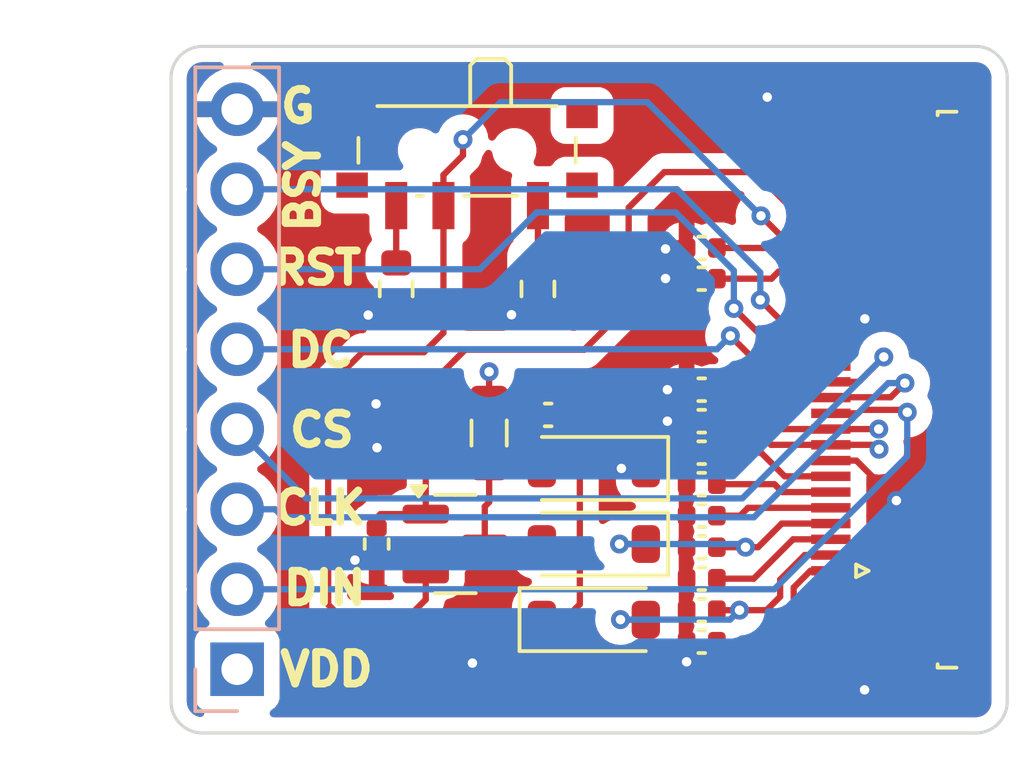
<source format=kicad_pcb>
(kicad_pcb (version 20240108) (generator "pcbnew") (generator_version "8.0")
  (layers (0 "F.Cu" signal) (1 "In1.Cu" signal) (2 "In2.Cu" signal) (31 "B.Cu" signal) (34 "B.Paste" user) (35 "F.Paste" user) (36 "B.SilkS" user "B.Silkscreen") (37 "F.SilkS" user "F.Silkscreen") (38 "B.Mask" user) (39 "F.Mask" user) (44 "Edge.Cuts" user))
  (net 0 "")
  (net 1 "Net-(D1-K)")
  (net 2 "/VPP")
  (net 3 "/VGL")
  (net 4 "/EPD_RST")
  (net 5 "/RESE")
  (net 6 "/TSDA")
  (net 7 "/CLK")
  (net 8 "/EPD_BUSY")
  (net 9 "Net-(D2-A)")
  (net 10 "/GDR")
  (net 11 "/EPD_CS")
  (net 12 "/HTL_CTL")
  (net 13 "/VSH")
  (net 14 "/PREVGL")
  (net 15 "/DIN")
  (net 16 "GND")
  (net 17 "/PREVGH")
  (net 18 "/VGH")
  (net 19 "Net-(J1-Pin_7)")
  (net 20 "/TSCL")
  (net 21 "/VSL")
  (net 22 "/VCOM")
  (net 23 "/EPD_DC")
  (net 24 "VDD")
  (net 25 "Net-(SW1-C)")
  (net 26 "Net-(SW1-A)")
  (footprint "Connector_FFC-FPC:TE_2-1734839-4_1x24-1MP_P0.5mm_Horizontal" (layer "F.Cu") (at 149.2 102.6 90)
    (property "Reference" "J1" (hide yes))
    (property "Value" "Conn_01x24_MountingPin")
    (fp_line (start -5.55 -0.55) (end -5.95 -0.55) (stroke (width 0.12)) (layer "F.SilkS"))
    (fp_line (start -5.95 -0.55) (end -5.75 -0.15) (stroke (width 0.12)) (layer "F.SilkS"))
    (fp_line (start -5.75 -0.15) (end -5.55 -0.55) (stroke (width 0.12)) (layer "F.SilkS"))
    (fp_line (start 8.825 2.04) (end 8.825 2.64) (stroke (width 0.12)) (layer "F.SilkS"))
    (fp_line (start 8.715 2.04) (end 8.825 2.04) (stroke (width 0.12)) (layer "F.SilkS"))
    (fp_line (start -8.715 2.04) (end -8.825 2.04) (stroke (width 0.12)) (layer "F.SilkS"))
    (fp_line (start -8.825 2.04) (end -8.825 2.64) (stroke (width 0.12)) (layer "F.SilkS"))
    (pad "1" smd rect (at -5.75 -1.35 90) (size 0.3 1.25) (layers "F.Cu" "F.Paste" "F.Mask") (net 22 "/VCOM"))
    (pad "2" smd rect (at -5.25 -1.35 90) (size 0.3 1.25) (layers "F.Cu" "F.Paste" "F.Mask") (net 14 "/PREVGL"))
    (pad "3" smd rect (at -4.75 -1.35 90) (size 0.3 1.25) (layers "F.Cu" "F.Paste" "F.Mask") (net 21 "/VSL"))
    (pad "4" smd rect (at -4.25 -1.35 90) (size 0.3 1.25) (layers "F.Cu" "F.Paste" "F.Mask") (net 17 "/PREVGH"))
    (pad "5" smd rect (at -3.75 -1.35 90) (size 0.3 1.25) (layers "F.Cu" "F.Paste" "F.Mask") (net 13 "/VSH"))
    (pad "6" smd rect (at -3.25 -1.35 90) (size 0.3 1.25) (layers "F.Cu" "F.Paste" "F.Mask") (net 2 "/VPP"))
    (pad "7" smd rect (at -2.75 -1.35 90) (size 0.3 1.25) (layers "F.Cu" "F.Paste" "F.Mask") (net 19 "Net-(J1-Pin_7)"))
    (pad "8" smd rect (at -2.25 -1.35 90) (size 0.3 1.25) (layers "F.Cu" "F.Paste" "F.Mask") (net 16 "GND"))
    (pad "9" smd rect (at -1.75 -1.35 90) (size 0.3 1.25) (layers "F.Cu" "F.Paste" "F.Mask") (net 24 "VDD"))
    (pad "10" smd rect (at -1.25 -1.35 90) (size 0.3 1.25) (layers "F.Cu" "F.Paste" "F.Mask") (net 24 "VDD"))
    (pad "11" smd rect (at -0.75 -1.35 90) (size 0.3 1.25) (layers "F.Cu" "F.Paste" "F.Mask") (net 15 "/DIN"))
    (pad "12" smd rect (at -0.25 -1.35 90) (size 0.3 1.25) (layers "F.Cu" "F.Paste" "F.Mask") (net 7 "/CLK"))
    (pad "13" smd rect (at 0.25 -1.35 90) (size 0.3 1.25) (layers "F.Cu" "F.Paste" "F.Mask") (net 11 "/EPD_CS"))
    (pad "14" smd rect (at 0.75 -1.35 90) (size 0.3 1.25) (layers "F.Cu" "F.Paste" "F.Mask") (net 23 "/EPD_DC"))
    (pad "15" smd rect (at 1.25 -1.35 90) (size 0.3 1.25) (layers "F.Cu" "F.Paste" "F.Mask") (net 4 "/EPD_RST"))
    (pad "16" smd rect (at 1.75 -1.35 90) (size 0.3 1.25) (layers "F.Cu" "F.Paste" "F.Mask") (net 8 "/EPD_BUSY"))
    (pad "17" smd rect (at 2.25 -1.35 90) (size 0.3 1.25) (layers "F.Cu" "F.Paste" "F.Mask") (net 16 "GND"))
    (pad "18" smd rect (at 2.75 -1.35 90) (size 0.3 1.25) (layers "F.Cu" "F.Paste" "F.Mask") (net 6 "/TSDA"))
    (pad "19" smd rect (at 3.25 -1.35 90) (size 0.3 1.25) (layers "F.Cu" "F.Paste" "F.Mask") (net 20 "/TSCL"))
    (pad "20" smd rect (at 3.75 -1.35 90) (size 0.3 1.25) (layers "F.Cu" "F.Paste" "F.Mask") (net 18 "/VGH"))
    (pad "21" smd rect (at 4.25 -1.35 90) (size 0.3 1.25) (layers "F.Cu" "F.Paste" "F.Mask") (net 3 "/VGL"))
    (pad "22" smd rect (at 4.75 -1.35 90) (size 0.3 1.25) (layers "F.Cu" "F.Paste" "F.Mask") (net 5 "/RESE"))
    (pad "23" smd rect (at 5.25 -1.35 90) (size 0.3 1.25) (layers "F.Cu" "F.Paste" "F.Mask") (net 10 "/GDR"))
    (pad "24" smd rect (at 5.75 -1.35 90) (size 0.3 1.25) (layers "F.Cu" "F.Paste" "F.Mask") (net 12 "/HTL_CTL"))
    (pad "MP" smd rect (at -7.29 0.975 90) (size 2 3) (layers "F.Cu" "F.Paste" "F.Mask") (net 16 "GND"))
    (pad "MP" smd rect (at 7.29 0.975 90) (size 2 3) (layers "F.Cu" "F.Paste" "F.Mask") (net 16 "GND"))
  )
  (footprint "Capacitor_SMD:C_0402_1005Metric" (layer "F.Cu") (at 143.75 98.1)
    (property "Reference" "C12" (hide yes))
    (property "Value" "1uF")
    (fp_line (start -0.107836 -0.36) (end 0.107836 -0.36) (stroke (width 0.12)) (layer "F.SilkS"))
    (fp_line (start -0.107836 0.36) (end 0.107836 0.36) (stroke (width 0.12)) (layer "F.SilkS"))
    (pad "1" smd roundrect (at -0.48 0) (size 0.56 0.62) (layers "F.Cu" "F.Paste" "F.Mask") (net 16 "GND"))
    (pad "2" smd roundrect (at 0.48 0) (size 0.56 0.62) (layers "F.Cu" "F.Paste" "F.Mask") (net 3 "/VGL"))
  )
  (footprint "Resistor_SMD:R_0603_1608Metric" (layer "F.Cu") (at 134.05 99.4 -90)
    (property "Reference" "R2" (hide yes))
    (property "Value" "0R47")
    (fp_line (start -0.237258 0.5225) (end 0.237258 0.5225) (stroke (width 0.12)) (layer "F.SilkS"))
    (fp_line (start -0.237258 -0.5225) (end 0.237258 -0.5225) (stroke (width 0.12)) (layer "F.SilkS"))
    (pad "1" smd roundrect (at -0.825 0 270) (size 0.8 0.95) (layers "F.Cu" "F.Paste" "F.Mask") (net 25 "Net-(SW1-C)"))
    (pad "2" smd roundrect (at 0.825 0 270) (size 0.8 0.95) (layers "F.Cu" "F.Paste" "F.Mask") (net 16 "GND"))
  )
  (footprint "Capacitor_SMD:C_0402_1005Metric" (layer "F.Cu") (at 143.75 108.6)
    (property "Reference" "C3" (hide yes))
    (property "Value" "1uF")
    (fp_line (start -0.107836 -0.36) (end 0.107836 -0.36) (stroke (width 0.12)) (layer "F.SilkS"))
    (fp_line (start -0.107836 0.36) (end 0.107836 0.36) (stroke (width 0.12)) (layer "F.SilkS"))
    (pad "1" smd roundrect (at -0.48 0) (size 0.56 0.62) (layers "F.Cu" "F.Paste" "F.Mask") (net 16 "GND"))
    (pad "2" smd roundrect (at 0.48 0) (size 0.56 0.62) (layers "F.Cu" "F.Paste" "F.Mask") (net 21 "/VSL"))
  )
  (footprint "Capacitor_SMD:C_0402_1005Metric" (layer "F.Cu") (at 143.75 109.6)
    (property "Reference" "C2" (hide yes))
    (property "Value" "1uF")
    (fp_line (start -0.107836 -0.36) (end 0.107836 -0.36) (stroke (width 0.12)) (layer "F.SilkS"))
    (fp_line (start -0.107836 0.36) (end 0.107836 0.36) (stroke (width 0.12)) (layer "F.SilkS"))
    (pad "1" smd roundrect (at -0.48 0) (size 0.56 0.62) (layers "F.Cu" "F.Paste" "F.Mask") (net 16 "GND"))
    (pad "2" smd roundrect (at 0.48 0) (size 0.56 0.62) (layers "F.Cu" "F.Paste" "F.Mask") (net 14 "/PREVGL"))
  )
  (footprint "Button_Switch_SMD:SW_SPDT_PCM12" (layer "F.Cu") (at 136.3 95.325 180)
    (property "Reference" "SW1" (hide yes))
    (property "Value" "SW_SPDT")
    (fp_line (start 3.45 0.72) (end 3.45 -0.07) (stroke (width 0.12)) (layer "F.SilkS"))
    (fp_line (start 1.4 -1.12) (end 1.6 -1.12) (stroke (width 0.12)) (layer "F.SilkS"))
    (fp_line (start -0.1 3.02) (end -0.1 1.73) (stroke (width 0.12)) (layer "F.SilkS"))
    (fp_line (start -0.1 3.02) (end -0.3 3.23) (stroke (width 0.12)) (layer "F.SilkS"))
    (fp_line (start -1.2 3.23) (end -0.3 3.23) (stroke (width 0.12)) (layer "F.SilkS"))
    (fp_line (start -1.4 3.02) (end -1.2 3.23) (stroke (width 0.12)) (layer "F.SilkS"))
    (fp_line (start -1.4 1.73) (end -1.4 3.02) (stroke (width 0.12)) (layer "F.SilkS"))
    (fp_line (start -1.6 -1.12) (end 0.1 -1.12) (stroke (width 0.12)) (layer "F.SilkS"))
    (fp_line (start -2.85 1.73) (end 2.85 1.73) (stroke (width 0.12)) (layer "F.SilkS"))
    (fp_line (start -3.45 -0.07) (end -3.45 0.72) (stroke (width 0.12)) (layer "F.SilkS"))
    (pad "" smd rect (at -3.65 -0.78 180) (size 1 0.8) (layers "F.Cu" "F.Paste" "F.Mask"))
    (pad "" smd rect (at -3.65 1.43 180) (size 1 0.8) (layers "F.Cu" "F.Paste" "F.Mask"))
    (pad "" np_thru_hole circle (at -1.5 0.33 180) (size 0.9 0.9) (drill 0.9) (layers "*.Mask" "F.Cu" "In1.Cu" "In2.Cu" "B.Cu"))
    (pad "" np_thru_hole circle (at 1.5 0.33 180) (size 0.9 0.9) (drill 0.9) (layers "*.Mask" "F.Cu" "In1.Cu" "In2.Cu" "B.Cu"))
    (pad "" smd rect (at 3.65 -0.78 180) (size 1 0.8) (layers "F.Cu" "F.Paste" "F.Mask"))
    (pad "" smd rect (at 3.65 1.43 180) (size 1 0.8) (layers "F.Cu" "F.Paste" "F.Mask"))
    (pad "1" smd rect (at -2.25 -1.43 180) (size 0.7 1.5) (layers "F.Cu" "F.Paste" "F.Mask") (net 26 "Net-(SW1-A)"))
    (pad "2" smd rect (at 0.75 -1.43 180) (size 0.7 1.5) (layers "F.Cu" "F.Paste" "F.Mask") (net 5 "/RESE"))
    (pad "3" smd rect (at 2.25 -1.43 180) (size 0.7 1.5) (layers "F.Cu" "F.Paste" "F.Mask") (net 25 "Net-(SW1-C)"))
  )
  (footprint "Capacitor_SMD:C_0402_1005Metric" (layer "F.Cu") (at 143.75 110.6)
    (property "Reference" "C1" (hide yes))
    (property "Value" "1uF")
    (fp_line (start -0.107836 -0.36) (end 0.107836 -0.36) (stroke (width 0.12)) (layer "F.SilkS"))
    (fp_line (start -0.107836 0.36) (end 0.107836 0.36) (stroke (width 0.12)) (layer "F.SilkS"))
    (pad "1" smd roundrect (at -0.48 0) (size 0.56 0.62) (layers "F.Cu" "F.Paste" "F.Mask") (net 16 "GND"))
    (pad "2" smd roundrect (at 0.48 0) (size 0.56 0.62) (layers "F.Cu" "F.Paste" "F.Mask") (net 22 "/VCOM"))
  )
  (footprint "Capacitor_SMD:C_0402_1005Metric" (layer "F.Cu") (at 143.75 104.6)
    (property "Reference" "C8" (hide yes))
    (property "Value" "1uF")
    (fp_line (start -0.107836 -0.36) (end 0.107836 -0.36) (stroke (width 0.12)) (layer "F.SilkS"))
    (fp_line (start -0.107836 0.36) (end 0.107836 0.36) (stroke (width 0.12)) (layer "F.SilkS"))
    (pad "1" smd roundrect (at -0.48 0) (size 0.56 0.62) (layers "F.Cu" "F.Paste" "F.Mask") (net 16 "GND"))
    (pad "2" smd roundrect (at 0.48 0) (size 0.56 0.62) (layers "F.Cu" "F.Paste" "F.Mask") (net 19 "Net-(J1-Pin_7)"))
  )
  (footprint "Capacitor_SMD:C_0402_1005Metric" (layer "F.Cu") (at 143.75 106.6)
    (property "Reference" "C6" (hide yes))
    (property "Value" "1uF")
    (fp_line (start -0.107836 -0.36) (end 0.107836 -0.36) (stroke (width 0.12)) (layer "F.SilkS"))
    (fp_line (start -0.107836 0.36) (end 0.107836 0.36) (stroke (width 0.12)) (layer "F.SilkS"))
    (pad "1" smd roundrect (at -0.48 0) (size 0.56 0.62) (layers "F.Cu" "F.Paste" "F.Mask") (net 16 "GND"))
    (pad "2" smd roundrect (at 0.48 0) (size 0.56 0.62) (layers "F.Cu" "F.Paste" "F.Mask") (net 13 "/VSH"))
  )
  (footprint "Capacitor_SMD:C_0402_1005Metric" (layer "F.Cu") (at 143.75 103.6)
    (property "Reference" "C9" (hide yes))
    (property "Value" "4.7uF")
    (fp_line (start -0.107836 -0.36) (end 0.107836 -0.36) (stroke (width 0.12)) (layer "F.SilkS"))
    (fp_line (start -0.107836 0.36) (end 0.107836 0.36) (stroke (width 0.12)) (layer "F.SilkS"))
    (pad "1" smd roundrect (at -0.48 0) (size 0.56 0.62) (layers "F.Cu" "F.Paste" "F.Mask") (net 16 "GND"))
    (pad "2" smd roundrect (at 0.48 0) (size 0.56 0.62) (layers "F.Cu" "F.Paste" "F.Mask") (net 24 "VDD"))
  )
  (footprint "Capacitor_SMD:C_0402_1005Metric" (layer "F.Cu") (at 143.75 105.6)
    (property "Reference" "C7" (hide yes))
    (property "Value" "1uF")
    (fp_line (start -0.107836 -0.36) (end 0.107836 -0.36) (stroke (width 0.12)) (layer "F.SilkS"))
    (fp_line (start -0.107836 0.36) (end 0.107836 0.36) (stroke (width 0.12)) (layer "F.SilkS"))
    (pad "1" smd roundrect (at -0.48 0) (size 0.56 0.62) (layers "F.Cu" "F.Paste" "F.Mask") (net 16 "GND"))
    (pad "2" smd roundrect (at 0.48 0) (size 0.56 0.62) (layers "F.Cu" "F.Paste" "F.Mask") (net 2 "/VPP"))
  )
  (footprint "Diode_SMD:D_SOD-123" (layer "F.Cu") (at 140.325 105.1 180)
    (property "Reference" "D3" (hide yes))
    (property "Value" "PMEG3010ER,115")
    (fp_line (start -2.36 1) (end 1.65 1) (stroke (width 0.12)) (layer "F.SilkS"))
    (fp_line (start -2.36 -1) (end 1.65 -1) (stroke (width 0.12)) (layer "F.SilkS"))
    (fp_line (start -2.36 -1) (end -2.36 1) (stroke (width 0.12)) (layer "F.SilkS"))
    (pad "1" smd roundrect (at -1.65 0 180) (size 0.9 1.2) (layers "F.Cu" "F.Paste" "F.Mask") (net 16 "GND"))
    (pad "2" smd roundrect (at 1.65 0 180) (size 0.9 1.2) (layers "F.Cu" "F.Paste" "F.Mask") (net 1 "Net-(D1-K)"))
  )
  (footprint "Package_TO_SOT_SMD:SOT-23" (layer "F.Cu") (at 135.925 107.5)
    (property "Reference" "Q1" (hide yes))
    (property "Value" "Q_NMOS_GSD")
    (fp_line (start 0 -1.56) (end -0.65 -1.56) (stroke (width 0.12)) (layer "F.SilkS"))
    (fp_line (start 0 -1.56) (end 0.65 -1.56) (stroke (width 0.12)) (layer "F.SilkS"))
    (fp_line (start 0 1.56) (end -0.65 1.56) (stroke (width 0.12)) (layer "F.SilkS"))
    (fp_line (start 0 1.56) (end 0.65 1.56) (stroke (width 0.12)) (layer "F.SilkS"))
    (fp_poly (pts (xy -1.1625 -1.51) (xy -1.4025 -1.84) (xy -0.9225 -1.84) (xy -1.1625 -1.51)) (stroke (width 0.12)) (fill solid) (layer "F.SilkS"))
    (pad "1" smd roundrect (at -0.9375 -0.95) (size 1.475 0.6) (layers "F.Cu" "F.Paste" "F.Mask") (net 10 "/GDR"))
    (pad "2" smd roundrect (at -0.9375 0.95) (size 1.475 0.6) (layers "F.Cu" "F.Paste" "F.Mask") (net 5 "/RESE"))
    (pad "3" smd roundrect (at 0.9375 0) (size 1.475 0.6) (layers "F.Cu" "F.Paste" "F.Mask") (net 9 "Net-(D2-A)"))
  )
  (footprint "Diode_SMD:D_SOD-123" (layer "F.Cu") (at 140.325 109.9)
    (property "Reference" "D1" (hide yes))
    (property "Value" "PMEG3010ER,115")
    (fp_line (start -2.36 -1) (end -2.36 1) (stroke (width 0.12)) (layer "F.SilkS"))
    (fp_line (start -2.36 -1) (end 1.65 -1) (stroke (width 0.12)) (layer "F.SilkS"))
    (fp_line (start -2.36 1) (end 1.65 1) (stroke (width 0.12)) (layer "F.SilkS"))
    (pad "1" smd roundrect (at -1.65 0) (size 0.9 1.2) (layers "F.Cu" "F.Paste" "F.Mask") (net 1 "Net-(D1-K)"))
    (pad "2" smd roundrect (at 1.65 0) (size 0.9 1.2) (layers "F.Cu" "F.Paste" "F.Mask") (net 14 "/PREVGL"))
  )
  (footprint "Resistor_SMD:R_0402_1005Metric" (layer "F.Cu") (at 133.43 107.5 -90)
    (property "Reference" "R1" (hide yes))
    (property "Value" "1MR")
    (fp_line (start -0.153641 0.38) (end 0.153641 0.38) (stroke (width 0.12)) (layer "F.SilkS"))
    (fp_line (start -0.153641 -0.38) (end 0.153641 -0.38) (stroke (width 0.12)) (layer "F.SilkS"))
    (pad "1" smd roundrect (at -0.51 0 270) (size 0.54 0.64) (layers "F.Cu" "F.Paste" "F.Mask") (net 10 "/GDR"))
    (pad "2" smd roundrect (at 0.51 0 270) (size 0.54 0.64) (layers "F.Cu" "F.Paste" "F.Mask") (net 16 "GND"))
  )
  (footprint "Capacitor_SMD:C_0402_1005Metric" (layer "F.Cu") (at 143.75 107.6)
    (property "Reference" "C5" (hide yes))
    (property "Value" "1uF")
    (fp_line (start -0.107836 -0.36) (end 0.107836 -0.36) (stroke (width 0.12)) (layer "F.SilkS"))
    (fp_line (start -0.107836 0.36) (end 0.107836 0.36) (stroke (width 0.12)) (layer "F.SilkS"))
    (pad "1" smd roundrect (at -0.48 0) (size 0.56 0.62) (layers "F.Cu" "F.Paste" "F.Mask") (net 16 "GND"))
    (pad "2" smd roundrect (at 0.48 0) (size 0.56 0.62) (layers "F.Cu" "F.Paste" "F.Mask") (net 17 "/PREVGH"))
  )
  (footprint "Capacitor_SMD:C_0402_1005Metric" (layer "F.Cu") (at 143.75 102.6)
    (property "Reference" "C10" (hide yes))
    (property "Value" "100nF")
    (fp_line (start -0.107836 -0.36) (end 0.107836 -0.36) (stroke (width 0.12)) (layer "F.SilkS"))
    (fp_line (start -0.107836 0.36) (end 0.107836 0.36) (stroke (width 0.12)) (layer "F.SilkS"))
    (pad "1" smd roundrect (at -0.48 0) (size 0.56 0.62) (layers "F.Cu" "F.Paste" "F.Mask") (net 16 "GND"))
    (pad "2" smd roundrect (at 0.48 0) (size 0.56 0.62) (layers "F.Cu" "F.Paste" "F.Mask") (net 24 "VDD"))
  )
  (footprint "Capacitor_SMD:C_0402_1005Metric" (layer "F.Cu") (at 138.875 103.4 180)
    (property "Reference" "C4" (hide yes))
    (property "Value" "4.7uF")
    (fp_line (start -0.107836 0.36) (end 0.107836 0.36) (stroke (width 0.12)) (layer "F.SilkS"))
    (fp_line (start -0.107836 -0.36) (end 0.107836 -0.36) (stroke (width 0.12)) (layer "F.SilkS"))
    (pad "1" smd roundrect (at -0.48 0 180) (size 0.56 0.62) (layers "F.Cu" "F.Paste" "F.Mask") (net 1 "Net-(D1-K)"))
    (pad "2" smd roundrect (at 0.48 0 180) (size 0.56 0.62) (layers "F.Cu" "F.Paste" "F.Mask") (net 9 "Net-(D2-A)"))
  )
  (footprint "Inductor_SMD:L_0805_2012Metric" (layer "F.Cu") (at 137 103.975 90)
    (property "Reference" "L1" (hide yes))
    (property "Value" "10uH")
    (fp_line (start -0.399622 -0.56) (end 0.399622 -0.56) (stroke (width 0.12)) (layer "F.SilkS"))
    (fp_line (start -0.399622 0.56) (end 0.399622 0.56) (stroke (width 0.12)) (layer "F.SilkS"))
    (pad "1" smd roundrect (at -1.0625 0 90) (size 0.875 1.2) (layers "F.Cu" "F.Paste" "F.Mask") (net 9 "Net-(D2-A)"))
    (pad "2" smd roundrect (at 1.0625 0 90) (size 0.875 1.2) (layers "F.Cu" "F.Paste" "F.Mask") (net 24 "VDD"))
  )
  (footprint "Diode_SMD:D_SOD-123" (layer "F.Cu") (at 140.325 107.5 180)
    (property "Reference" "D2" (hide yes))
    (property "Value" "PMEG3010ER,115")
    (fp_line (start -2.36 1) (end 1.65 1) (stroke (width 0.12)) (layer "F.SilkS"))
    (fp_line (start -2.36 -1) (end 1.65 -1) (stroke (width 0.12)) (layer "F.SilkS"))
    (fp_line (start -2.36 -1) (end -2.36 1) (stroke (width 0.12)) (layer "F.SilkS"))
    (pad "1" smd roundrect (at -1.65 0 180) (size 0.9 1.2) (layers "F.Cu" "F.Paste" "F.Mask") (net 17 "/PREVGH"))
    (pad "2" smd roundrect (at 1.65 0 180) (size 0.9 1.2) (layers "F.Cu" "F.Paste" "F.Mask") (net 9 "Net-(D2-A)"))
  )
  (footprint "Capacitor_SMD:C_0402_1005Metric" (layer "F.Cu") (at 143.75 99.075)
    (property "Reference" "C11" (hide yes))
    (property "Value" "1uF")
    (fp_line (start -0.107836 -0.36) (end 0.107836 -0.36) (stroke (width 0.12)) (layer "F.SilkS"))
    (fp_line (start -0.107836 0.36) (end 0.107836 0.36) (stroke (width 0.12)) (layer "F.SilkS"))
    (pad "1" smd roundrect (at -0.48 0) (size 0.56 0.62) (layers "F.Cu" "F.Paste" "F.Mask") (net 16 "GND"))
    (pad "2" smd roundrect (at 0.48 0) (size 0.56 0.62) (layers "F.Cu" "F.Paste" "F.Mask") (net 18 "/VGH"))
  )
  (footprint "Resistor_SMD:R_0603_1608Metric" (layer "F.Cu") (at 138.55 99.4 -90)
    (property "Reference" "R3" (hide yes))
    (property "Value" "3R")
    (fp_line (start -0.237258 0.5225) (end 0.237258 0.5225) (stroke (width 0.12)) (layer "F.SilkS"))
    (fp_line (start -0.237258 -0.5225) (end 0.237258 -0.5225) (stroke (width 0.12)) (layer "F.SilkS"))
    (pad "1" smd roundrect (at -0.825 0 270) (size 0.8 0.95) (layers "F.Cu" "F.Paste" "F.Mask") (net 26 "Net-(SW1-A)"))
    (pad "2" smd roundrect (at 0.825 0 270) (size 0.8 0.95) (layers "F.Cu" "F.Paste" "F.Mask") (net 16 "GND"))
  )
  (footprint "Connector_PinHeader_2.54mm:PinHeader_1x08_P2.54mm_Vertical" (layer "B.Cu") (at 129 111.475)
    (property "Reference" "J2" (hide yes))
    (property "Value" "Conn_01x08_Socket")
    (fp_line (start -1.33 -19.11) (end -1.33 -1.27) (stroke (width 0.12)) (layer "B.SilkS"))
    (fp_line (start -1.33 1.33) (end -1.33 0) (stroke (width 0.12)) (layer "B.SilkS"))
    (fp_line (start 0 1.33) (end -1.33 1.33) (stroke (width 0.12)) (layer "B.SilkS"))
    (fp_line (start 1.33 -19.11) (end -1.33 -19.11) (stroke (width 0.12)) (layer "B.SilkS"))
    (fp_line (start 1.33 -19.11) (end 1.33 -1.27) (stroke (width 0.12)) (layer "B.SilkS"))
    (fp_line (start 1.33 -1.27) (end -1.33 -1.27) (stroke (width 0.12)) (layer "B.SilkS"))
    (pad "1" thru_hole rect (at 0 0) (size 1.7 1.7) (drill 1) (layers "*.Cu" "*.Mask") (net 24 "VDD"))
    (pad "2" thru_hole oval (at 0 -2.54) (size 1.7 1.7) (drill 1) (layers "*.Cu" "*.Mask") (net 15 "/DIN"))
    (pad "3" thru_hole oval (at 0 -5.08) (size 1.7 1.7) (drill 1) (layers "*.Cu" "*.Mask") (net 7 "/CLK"))
    (pad "4" thru_hole oval (at 0 -7.62) (size 1.7 1.7) (drill 1) (layers "*.Cu" "*.Mask") (net 11 "/EPD_CS"))
    (pad "5" thru_hole oval (at 0 -10.16) (size 1.7 1.7) (drill 1) (layers "*.Cu" "*.Mask") (net 23 "/EPD_DC"))
    (pad "6" thru_hole oval (at 0 -12.7) (size 1.7 1.7) (drill 1) (layers "*.Cu" "*.Mask") (net 4 "/EPD_RST"))
    (pad "7" thru_hole oval (at 0 -15.24) (size 1.7 1.7) (drill 1) (layers "*.Cu" "*.Mask") (net 8 "/EPD_BUSY"))
    (pad "8" thru_hole oval (at 0 -17.78) (size 1.7 1.7) (drill 1) (layers "*.Cu" "*.Mask") (net 16 "GND"))
  )
  (gr_line (start 127.9 91.7) (end 152.45 91.7) (stroke (width 0.1)) (layer "Edge.Cuts"))
  (gr_arc (start 152.45 91.7) (mid 153.157107 91.992893) (end 153.45 92.7) (stroke (width 0.1)) (layer "Edge.Cuts"))
  (gr_line (start 153.45 92.7) (end 153.45 112.5) (stroke (width 0.1)) (layer "Edge.Cuts"))
  (gr_arc (start 127.9 113.5) (mid 127.192893 113.207107) (end 126.9 112.5) (stroke (width 0.1)) (layer "Edge.Cuts"))
  (gr_line (start 152.45 113.5) (end 127.9 113.5) (stroke (width 0.1)) (layer "Edge.Cuts"))
  (gr_arc (start 153.45 112.5) (mid 153.157107 113.207107) (end 152.45 113.5) (stroke (width 0.1)) (layer "Edge.Cuts"))
  (gr_line (start 126.9 112.5) (end 126.9 92.7) (stroke (width 0.1)) (layer "Edge.Cuts"))
  (gr_arc (start 126.9 92.7) (mid 127.192893 91.992893) (end 127.9 91.7) (stroke (width 0.1)) (layer "Edge.Cuts"))
  (gr_text "DIN" (at 131.78 108.9 0) (layer "F.SilkS") (effects (font (size 1 1) (thickness 0.25) (bold yes))))
  (gr_text "G" (at 130.93 93.6 0) (layer "F.SilkS") (effects (font (size 1 1) (thickness 0.25) (bold yes))))
  (gr_text "BSY" (at 131.09 96.14 90) (layer "F.SilkS") (effects (font (size 1 1) (thickness 0.25) (bold yes))))
  (gr_text "DC" (at 131.65 101.34 0) (layer "F.SilkS") (effects (font (size 1 1) (thickness 0.25) (bold yes))))
  (gr_text "CS" (at 131.69 103.88 0) (layer "F.SilkS") (effects (font (size 1 1) (thickness 0.25) (bold yes))))
  (gr_text "VDD" (at 131.84 111.48 0) (layer "F.SilkS") (effects (font (size 1 1) (thickness 0.25) (bold yes))))
  (gr_text "CLK" (at 131.63 106.35 0) (layer "F.SilkS") (effects (font (size 1 1) (thickness 0.25) (bold yes))))
  (gr_text "RST" (at 131.54 98.73 0) (layer "F.SilkS") (effects (font (size 1 1) (thickness 0.25) (bold yes))))
  (segment (start 138.87 104.21) (end 139.08 104.21) (width 0.2) (layer "F.Cu") (net 1))
  (segment (start 138.675 104.405) (end 138.87 104.21) (width 0.2) (layer "F.Cu") (net 1))
  (segment (start 139.88 109.41) (end 139.88 105.39) (width 0.2) (layer "F.Cu") (net 1))
  (segment (start 138.675 105.1) (end 138.675 104.405) (width 0.2) (layer "F.Cu") (net 1))
  (segment (start 139.08 104.21) (end 139.355 103.935) (width 0.2) (layer "F.Cu") (net 1))
  (segment (start 139.355 103.935) (end 139.355 103.4) (width 0.2) (layer "F.Cu") (net 1))
  (segment (start 139.59 105.1) (end 138.675 105.1) (width 0.2) (layer "F.Cu") (net 1))
  (segment (start 139.39 109.9) (end 139.88 109.41) (width 0.2) (layer "F.Cu") (net 1))
  (segment (start 138.675 109.9) (end 139.39 109.9) (width 0.2) (layer "F.Cu") (net 1))
  (segment (start 139.88 105.39) (end 139.59 105.1) (width 0.2) (layer "F.Cu") (net 1))
  (segment (start 146.31 105.85) (end 146.06 105.6) (width 0.2) (layer "F.Cu") (net 2))
  (segment (start 146.06 105.6) (end 144.23 105.6) (width 0.2) (layer "F.Cu") (net 2))
  (segment (start 147.85 105.85) (end 146.31 105.85) (width 0.2) (layer "F.Cu") (net 2))
  (segment (start 145.9 98.1) (end 146.15 98.35) (width 0.2) (layer "F.Cu") (net 3))
  (segment (start 144.23 98.1) (end 145.9 98.1) (width 0.2) (layer "F.Cu") (net 3))
  (segment (start 146.15 98.35) (end 147.85 98.35) (width 0.2) (layer "F.Cu") (net 3))
  (segment (start 146.1 101.35) (end 147.85 101.35) (width 0.2) (layer "F.Cu") (net 4))
  (segment (start 144.77 100.02) (end 146.1 101.35) (width 0.2) (layer "F.Cu") (net 4))
  (via (at 144.77 100.02) (size 0.6) (drill 0.3) (layers "F.Cu" "B.Cu") (net 4))
  (segment (start 144.77 98.82) (end 144.77 100.02) (width 0.2) (layer "B.Cu") (net 4))
  (segment (start 136.705 98.775) (end 137.65 97.83) (width 0.2) (layer "B.Cu") (net 4))
  (segment (start 137.65 97.83) (end 138.51 96.97) (width 0.2) (layer "B.Cu") (net 4))
  (segment (start 138.51 96.97) (end 141.84 96.97) (width 0.2) (layer "B.Cu") (net 4))
  (segment (start 143.6 97.65) (end 144.77 98.82) (width 0.2) (layer "B.Cu") (net 4))
  (segment (start 142.92 96.97) (end 143.6 97.65) (width 0.2) (layer "B.Cu") (net 4))
  (segment (start 141.84 96.97) (end 142.92 96.97) (width 0.2) (layer "B.Cu") (net 4))
  (segment (start 129 98.775) (end 136.705 98.775) (width 0.2) (layer "B.Cu") (net 4))
  (segment (start 134.37 109.88) (end 134.9875 109.2625) (width 0.2) (layer "F.Cu") (net 5))
  (segment (start 132.98 101.41) (end 131.89 102.5) (width 0.2) (layer "F.Cu") (net 5))
  (segment (start 135.55 95.78) (end 135.55 96.755) (width 0.2) (layer "F.Cu") (net 5))
  (segment (start 131.89 102.5) (end 131.89 109.42) (width 0.2) (layer "F.Cu") (net 5))
  (segment (start 131.89 109.42) (end 132.35 109.88) (width 0.2) (layer "F.Cu") (net 5))
  (segment (start 135.55 100.79) (end 134.93 101.41) (width 0.2) (layer "F.Cu") (net 5))
  (segment (start 147.85 97.85) (end 146.4 97.85) (width 0.2) (layer "F.Cu") (net 5))
  (segment (start 136.17 94.66) (end 136.17 95.16) (width 0.2) (layer "F.Cu") (net 5))
  (segment (start 135.55 96.755) (end 135.55 100.79) (width 0.2) (layer "F.Cu") (net 5))
  (segment (start 136.17 95.16) (end 135.55 95.78) (width 0.2) (layer "F.Cu") (net 5))
  (segment (start 134.9875 109.2625) (end 134.9875 108.45) (width 0.2) (layer "F.Cu") (net 5))
  (segment (start 146.4 97.85) (end 145.63 97.08) (width 0.2) (layer "F.Cu") (net 5))
  (segment (start 132.35 109.88) (end 134.37 109.88) (width 0.2) (layer "F.Cu") (net 5))
  (segment (start 134.93 101.41) (end 132.98 101.41) (width 0.2) (layer "F.Cu") (net 5))
  (via (at 136.17 94.66) (size 0.6) (drill 0.3) (layers "F.Cu" "B.Cu") (net 5))
  (via (at 145.63 97.08) (size 0.6) (drill 0.3) (layers "F.Cu" "B.Cu") (net 5))
  (segment (start 137.36 93.47) (end 136.17 94.66) (width 0.2) (layer "B.Cu") (net 5))
  (segment (start 145.63 97.08) (end 142.02 93.47) (width 0.2) (layer "B.Cu") (net 5))
  (segment (start 137.96 93.47) (end 137.36 93.47) (width 0.2) (layer "B.Cu") (net 5))
  (segment (start 142.02 93.47) (end 137.96 93.47) (width 0.2) (layer "B.Cu") (net 5))
  (segment (start 149.75 102.84) (end 147.86 102.84) (width 0.2) (layer "F.Cu") (net 7))
  (segment (start 147.86 102.84) (end 147.85 102.85) (width 0.2) (layer "F.Cu") (net 7))
  (segment (start 150.2 102.39) (end 149.75 102.84) (width 0.2) (layer "F.Cu") (net 7))
  (via (at 150.2 102.39) (size 0.6) (drill 0.3) (layers "F.Cu" "B.Cu") (net 7))
  (segment (start 145.408045 106.65) (end 130.46 106.65) (width 0.2) (layer "B.Cu") (net 7))
  (segment (start 150.2 102.39) (end 149.668045 102.39) (width 0.2) (layer "B.Cu") (net 7))
  (segment (start 130.205 106.395) (end 129 106.395) (width 0.2) (layer "B.Cu") (net 7))
  (segment (start 130.46 106.65) (end 130.205 106.395) (width 0.2) (layer "B.Cu") (net 7))
  (segment (start 149.668045 102.39) (end 145.408045 106.65) (width 0.2) (layer "B.Cu") (net 7))
  (segment (start 145.61 99.75) (end 146.71 100.85) (width 0.2) (layer "F.Cu") (net 8))
  (segment (start 146.71 100.85) (end 147.85 100.85) (width 0.2) (layer "F.Cu") (net 8))
  (via (at 145.61 99.75) (size 0.6) (drill 0.3) (layers "F.Cu" "B.Cu") (net 8))
  (segment (start 129 96.235) (end 142.965 96.235) (width 0.2) (layer "B.Cu") (net 8))
  (segment (start 145.32 98.59) (end 145.61 98.88) (width 0.2) (layer "B.Cu") (net 8))
  (segment (start 142.965 96.235) (end 145.32 98.59) (width 0.2) (layer "B.Cu") (net 8))
  (segment (start 145.61 98.88) (end 145.61 99.75) (width 0.2) (layer "B.Cu") (net 8))
  (segment (start 136.8625 107.5) (end 138.675 107.5) (width 0.2) (layer "F.Cu") (net 9))
  (segment (start 138.395 103.835) (end 138.25 103.98) (width 0.2) (layer "F.Cu") (net 9))
  (segment (start 136.8625 106.3075) (end 136.8625 107.5) (width 0.2) (layer "F.Cu") (net 9))
  (segment (start 138.395 103.4) (end 138.395 103.835) (width 0.2) (layer "F.Cu") (net 9))
  (segment (start 137 104.36) (end 137 105.0375) (width 0.2) (layer "F.Cu") (net 9))
  (segment (start 137 105.0375) (end 137 106.17) (width 0.2) (layer "F.Cu") (net 9))
  (segment (start 137 106.17) (end 136.8625 106.3075) (width 0.2) (layer "F.Cu") (net 9))
  (segment (start 138.25 103.98) (end 137.38 103.98) (width 0.2) (layer "F.Cu") (net 9))
  (segment (start 137.38 103.98) (end 137 104.36) (width 0.2) (layer "F.Cu") (net 9))
  (segment (start 136.24 101.33) (end 140.02 101.33) (width 0.2) (layer "F.Cu") (net 10))
  (segment (start 147.11 97.35) (end 147.85 97.35) (width 0.2) (layer "F.Cu") (net 10))
  (segment (start 134.9875 102.5825) (end 136.24 101.33) (width 0.2) (layer "F.Cu") (net 10))
  (segment (start 141.43 99.92) (end 141.43 96.82) (width 0.2) (layer "F.Cu") (net 10))
  (segment (start 134.9875 106.55) (end 134.9875 102.5825) (width 0.2) (layer "F.Cu") (net 10))
  (segment (start 133.55 106.55) (end 133.43 106.67) (width 0.2) (layer "F.Cu") (net 10))
  (segment (start 145.45 95.69) (end 147.11 97.35) (width 0.2) (layer "F.Cu") (net 10))
  (segment (start 134.9875 106.55) (end 133.55 106.55) (width 0.2) (layer "F.Cu") (net 10))
  (segment (start 140.02 101.33) (end 141.43 99.92) (width 0.2) (layer "F.Cu") (net 10))
  (segment (start 133.43 106.67) (end 133.43 106.99) (width 0.2) (layer "F.Cu") (net 10))
  (segment (start 142.56 95.69) (end 145.45 95.69) (width 0.2) (layer "F.Cu") (net 10))
  (segment (start 141.43 96.82) (end 142.56 95.69) (width 0.2) (layer "F.Cu") (net 10))
  (segment (start 148.74 102.35) (end 149.53 101.56) (width 0.2) (layer "F.Cu") (net 11))
  (segment (start 147.85 102.35) (end 148.74 102.35) (width 0.2) (layer "F.Cu") (net 11))
  (via (at 149.53 101.56) (size 0.6) (drill 0.3) (layers "F.Cu" "B.Cu") (net 11))
  (segment (start 131.195 106.05) (end 145.04 106.05) (width 0.2) (layer "B.Cu") (net 11))
  (segment (start 145.04 106.05) (end 149.53 101.56) (width 0.2) (layer "B.Cu") (net 11))
  (segment (start 129 103.855) (end 131.195 106.05) (width 0.2) (layer "B.Cu") (net 11))
  (segment (start 144.23 106.6) (end 144.97 106.6) (width 0.2) (layer "F.Cu") (net 13))
  (segment (start 144.97 106.6) (end 145.22 106.35) (width 0.2) (layer "F.Cu") (net 13))
  (segment (start 145.22 106.35) (end 147.85 106.35) (width 0.2) (layer "F.Cu") (net 13))
  (segment (start 146.24 109.17) (end 146.24 108.63) (width 0.2) (layer "F.Cu") (net 14))
  (segment (start 146.24 108.63) (end 147.02 107.85) (width 0.2) (layer "F.Cu") (net 14))
  (segment (start 141.975 109.9) (end 141.17 109.9) (width 0.2) (layer "F.Cu") (net 14))
  (segment (start 147.02 107.85) (end 147.85 107.85) (width 0.2) (layer "F.Cu") (net 14))
  (segment (start 144.95 109.6) (end 145.81 109.6) (width 0.2) (layer "F.Cu") (net 14))
  (segment (start 144.23 109.6) (end 144.95 109.6) (width 0.2) (layer "F.Cu") (net 14))
  (segment (start 145.81 109.6) (end 146.24 109.17) (width 0.2) (layer "F.Cu") (net 14))
  (via (at 144.95 109.6) (size 0.6) (drill 0.3) (layers "F.Cu" "B.Cu") (net 14))
  (via (at 141.17 109.9) (size 0.6) (drill 0.3) (layers "F.Cu" "B.Cu") (net 14))
  (segment (start 144.65 109.9) (end 144.95 109.6) (width 0.2) (layer "B.Cu") (net 14))
  (segment (start 141.17 109.9) (end 144.65 109.9) (width 0.2) (layer "B.Cu") (net 14))
  (segment (start 148.710761 103.35) (end 147.85 103.35) (width 0.2) (layer "F.Cu") (net 15))
  (segment (start 150.2 103.24) (end 148.820761 103.24) (width 0.2) (layer "F.Cu") (net 15))
  (segment (start 148.820761 103.24) (end 148.710761 103.35) (width 0.2) (layer "F.Cu") (net 15))
  (segment (start 150.275355 103.315355) (end 150.2 103.24) (width 0.2) (layer "F.Cu") (net 15))
  (via (at 150.275355 103.315355) (size 0.6) (drill 0.3) (layers "F.Cu" "B.Cu") (net 15))
  (segment (start 129 108.935) (end 146.055 108.935) (width 0.2) (layer "B.Cu") (net 15))
  (segment (start 146.055 108.935) (end 150.275355 104.714645) (width 0.2) (layer "B.Cu") (net 15))
  (segment (start 150.275355 104.714645) (end 150.275355 103.315355) (width 0.2) (layer "B.Cu") (net 15))
  (segment (start 138.55 100.225) (end 137.715 100.225) (width 0.2) (layer "F.Cu") (net 16))
  (segment (start 137.715 100.225) (end 137.71 100.22) (width 0.2) (layer "F.Cu") (net 16))
  (segment (start 143.27 102.6) (end 143.27 110.6) (width 0.2) (layer "F.Cu") (net 16))
  (segment (start 142.605 99.075) (end 142.6 99.07) (width 0.2) (layer "F.Cu") (net 16))
  (segment (start 141.975 105.1) (end 141.2 105.1) (width 0.2) (layer "F.Cu") (net 16))
  (segment (start 134.05 100.225) (end 133.165 100.225) (width 0.2) (layer "F.Cu") (net 16))
  (segment (start 133.165 100.225) (end 133.16 100.23) (width 0.2) (layer "F.Cu") (net 16))
  (segment (start 147.85 104.85) (end 148.66 104.85) (width 0.2) (layer "F.Cu") (net 16))
  (segment (start 143.27 110.6) (end 143.27 111.24) (width 0.2) (layer "F.Cu") (net 16))
  (segment (start 148.66 104.85) (end 149.93 106.12) (width 0.2) (layer "F.Cu") (net 16))
  (segment (start 147.85 100.35) (end 148.93 100.35) (width 0.2) (layer "F.Cu") (net 16))
  (segment (start 143.27 98.125) (end 142.605 98.125) (width 0.2) (layer "F.Cu") (net 16))
  (segment (start 143.27 99.075) (end 142.605 99.075) (width 0.2) (layer "F.Cu") (net 16))
  (segment (start 142.605 98.125) (end 142.6 98.13) (width 0.2) (layer "F.Cu") (net 16))
  (segment (start 143.27 102.6) (end 142.66 102.6) (width 0.2) (layer "F.Cu") (net 16))
  (segment (start 143.27 103.6) (end 142.66 103.6) (width 0.2) (layer "F.Cu") (net 16))
  (segment (start 133.43 108.01) (end 132.74 108.01) (width 0.2) (layer "F.Cu") (net 16))
  (via (at 148.92 112.13) (size 0.6) (drill 0.3) (layers "F.Cu" "B.Cu") (net 16))
  (via (at 142.6 98.13) (size 0.6) (drill 0.3) (layers "F.Cu" "B.Cu") (net 16))
  (via (at 142.66 102.6) (size 0.6) (drill 0.3) (layers "F.Cu" "B.Cu") (net 16))
  (via (at 143.27 111.24) (size 0.6) (drill 0.3) (layers "F.Cu" "B.Cu") (net 16))
  (via (at 142.6 99.07) (size 0.6) (drill 0.3) (layers "F.Cu" "B.Cu") (net 16))
  (via (at 133.44 104.44) (size 0.6) (drill 0.3) (layers "F.Cu" "B.Cu") (net 16))
  (via (at 137.71 100.22) (size 0.6) (drill 0.3) (layers "F.Cu" "B.Cu") (net 16))
  (via (at 149.93 106.12) (size 0.6) (drill 0.3) (layers "F.Cu" "B.Cu") (net 16))
  (via (at 145.83 93.31) (size 0.6) (drill 0.3) (layers "F.Cu" "B.Cu") (net 16))
  (via (at 148.93 100.35) (size 0.6) (drill 0.3) (layers "F.Cu" "B.Cu") (net 16))
  (via (at 142.66 103.6) (size 0.6) (drill 0.3) (layers "F.Cu" "B.Cu") (net 16))
  (via (at 133.16 100.23) (size 0.6) (drill 0.3) (layers "F.Cu" "B.Cu") (net 16))
  (via (at 132.74 108.01) (size 0.6) (drill 0.3) (layers "F.Cu" "B.Cu") (net 16))
  (via (at 136.47 111.28) (size 0.6) (drill 0.3) (layers "F.Cu" "B.Cu") (net 16))
  (via (at 133.41 103.05) (size 0.6) (drill 0.3) (layers "F.Cu" "B.Cu") (net 16))
  (via (at 141.2 105.1) (size 0.6) (drill 0.3) (layers "F.Cu" "B.Cu") (net 16))
  (segment (start 145.54 107.6) (end 146.29 106.85) (width 0.2) (layer "F.Cu") (net 17))
  (segment (start 144.23 107.6) (end 145.54 107.6) (width 0.2) (layer "F.Cu") (net 17))
  (segment (start 141.975 107.5) (end 141.14 107.5) (width 0.2) (layer "F.Cu") (net 17))
  (segment (start 146.29 106.85) (end 147.85 106.85) (width 0.2) (layer "F.Cu") (net 17))
  (via (at 141.14 107.5) (size 0.6) (drill 0.3) (layers "F.Cu" "B.Cu") (net 17))
  (via (at 145.14 107.6) (size 0.6) (drill 0.3) (layers "F.Cu" "B.Cu") (net 17))
  (segment (start 145.04 107.5) (end 145.14 107.6) (width 0.2) (layer "B.Cu") (net 17))
  (segment (start 141.14 107.5) (end 145.04 107.5) (width 0.2) (layer "B.Cu") (net 17))
  (segment (start 146.19 98.85) (end 147.85 98.85) (width 0.2) (layer "F.Cu") (net 18))
  (segment (start 145.965 99.075) (end 146.19 98.85) (width 0.2) (layer "F.Cu") (net 18))
  (segment (start 144.23 99.075) (end 145.965 99.075) (width 0.2) (layer "F.Cu") (net 18))
  (segment (start 146.384314 105.35) (end 147.85 105.35) (width 0.2) (layer "F.Cu") (net 19))
  (segment (start 144.23 104.6) (end 145.634314 104.6) (width 0.2) (layer "F.Cu") (net 19))
  (segment (start 145.634314 104.6) (end 146.384314 105.35) (width 0.2) (layer "F.Cu") (net 19))
  (segment (start 144.23 108.6) (end 145.4 108.6) (width 0.2) (layer "F.Cu") (net 21))
  (segment (start 145.4 108.6) (end 146.65 107.35) (width 0.2) (layer "F.Cu") (net 21))
  (segment (start 146.65 107.35) (end 147.85 107.35) (width 0.2) (layer "F.Cu") (net 21))
  (segment (start 146.12 110.6) (end 144.23 110.6) (width 0.2) (layer "F.Cu") (net 22))
  (segment (start 146.67 110.05) (end 146.12 110.6) (width 0.2) (layer "F.Cu") (net 22))
  (segment (start 147.2 108.35) (end 146.67 108.88) (width 0.2) (layer "F.Cu") (net 22))
  (segment (start 146.67 108.88) (end 146.67 110.05) (width 0.2) (layer "F.Cu") (net 22))
  (segment (start 147.85 108.35) (end 147.2 108.35) (width 0.2) (layer "F.Cu") (net 22))
  (segment (start 145.62 101.85) (end 144.66 100.89) (width 0.2) (layer "F.Cu") (net 23))
  (segment (start 147.85 101.85) (end 145.62 101.85) (width 0.2) (layer "F.Cu") (net 23))
  (via (at 144.66 100.89) (size 0.6) (drill 0.3) (layers "F.Cu" "B.Cu") (net 23))
  (segment (start 144.66 100.89) (end 144.235 101.315) (width 0.2) (layer "B.Cu") (net 23))
  (segment (start 144.235 101.315) (end 129 101.315) (width 0.2) (layer "B.Cu") (net 23))
  (segment (start 146.04 103.85) (end 144.79 102.6) (width 0.2) (layer "F.Cu") (net 24))
  (segment (start 147.85 103.85) (end 146.04 103.85) (width 0.2) (layer "F.Cu") (net 24))
  (segment (start 145.95 104.35) (end 147.85 104.35) (width 0.2) (layer "F.Cu") (net 24))
  (segment (start 145.2 103.6) (end 145.95 104.35) (width 0.2) (layer "F.Cu") (net 24))
  (segment (start 147.85 104.35) (end 149.24 104.35) (width 0.2) (layer "F.Cu") (net 24))
  (segment (start 137 102.9125) (end 137 102.030002) (width 0.2) (layer "F.Cu") (net 24))
  (segment (start 144.79 102.6) (end 144.23 102.6) (width 0.2) (layer "F.Cu") (net 24))
  (segment (start 144.23 103.6) (end 145.2 103.6) (width 0.2) (layer "F.Cu") (net 24))
  (segment (start 149.24 104.35) (end 149.38 104.49) (width 0.2) (layer "F.Cu") (net 24))
  (segment (start 147.85 103.85) (end 149.37 103.85) (width 0.2) (layer "F.Cu") (net 24))
  (via (at 137 102.030002) (size 0.6) (drill 0.3) (layers "F.Cu" "B.Cu") (net 24))
  (via (at 149.38 104.49) (size 0.6) (drill 0.3) (layers "F.Cu" "B.Cu") (net 24))
  (via (at 149.37 103.85) (size 0.6) (drill 0.3) (layers "F.Cu" "B.Cu") (net 24))
  (segment (start 134.05 98.575) (end 134.05 96.755) (width 0.2) (layer "F.Cu") (net 25))
  (segment (start 138.55 96.755) (end 138.55 98.575) (width 0.2) (layer "F.Cu") (net 26))
  (zone (net 16) (net_name "GND") (layers "F.Cu" "In1.Cu" "In2.Cu" "B.Cu") (connect_pads (clearance 0.5)) (min_thickness 0.25) (fill yes (thermal_gap 0.5) (thermal_bridge_width 0.5))
    (polygon (pts (xy 126 90.6) (xy 154 90.6) (xy 154 114.6) (xy 126 114.6)))
  )
)
</source>
